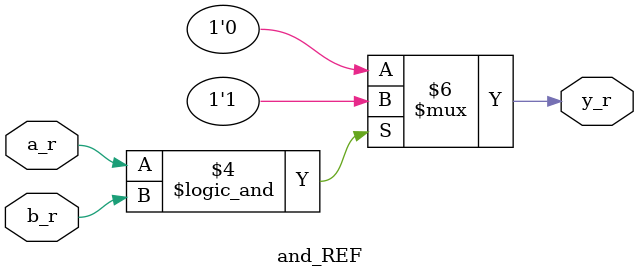
<source format=v>
module and_REF(
    output reg y_r,
    input a_r,b_r
);
always @(*)
begin
   if(a_r == 1 && b_r == 1) y_r=1;
   else                     y_r=0; 
end
endmodule

</source>
